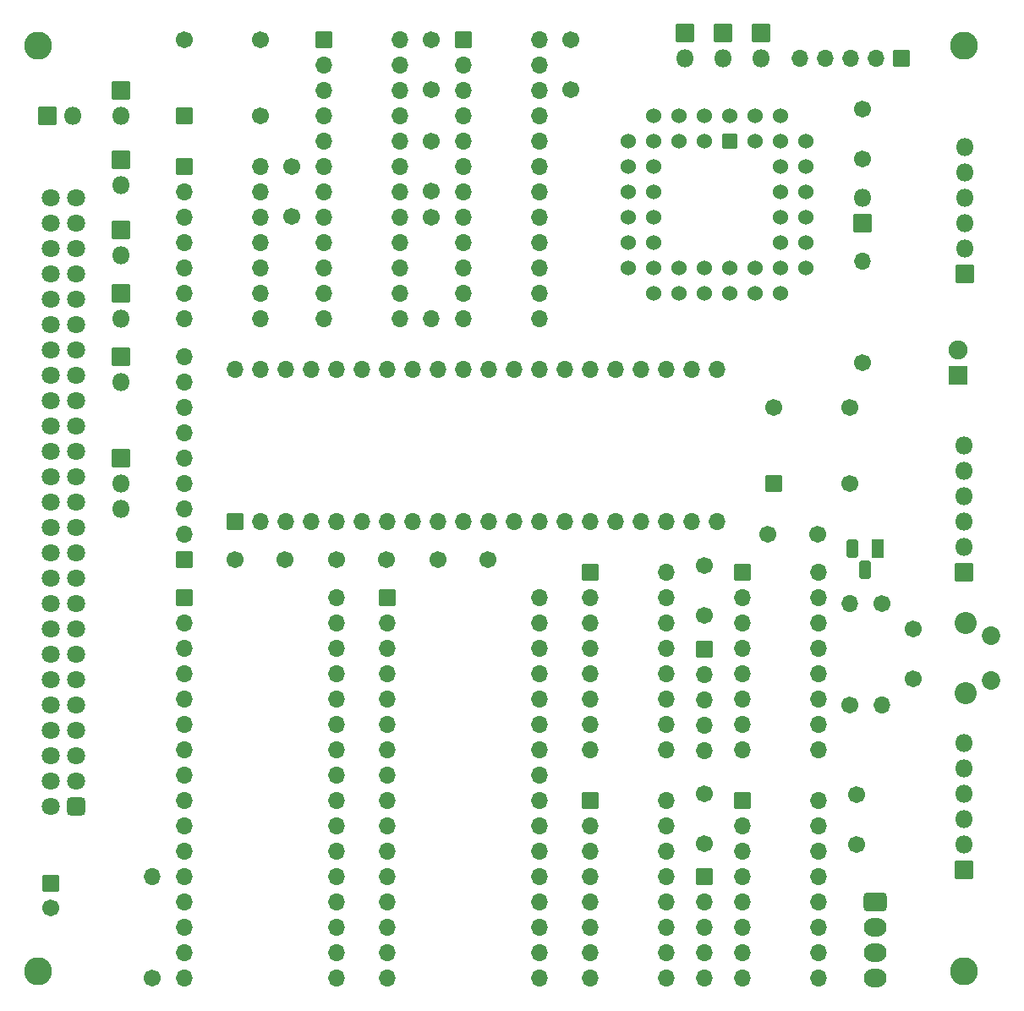
<source format=gts>
G04 #@! TF.GenerationSoftware,KiCad,Pcbnew,6.0.4-6f826c9f35~116~ubuntu18.04.1*
G04 #@! TF.CreationDate,2023-06-15T13:07:36+01:00*
G04 #@! TF.ProjectId,sbc09,73626330-392e-46b6-9963-61645f706362,rev?*
G04 #@! TF.SameCoordinates,Original*
G04 #@! TF.FileFunction,Soldermask,Top*
G04 #@! TF.FilePolarity,Negative*
%FSLAX46Y46*%
G04 Gerber Fmt 4.6, Leading zero omitted, Abs format (unit mm)*
G04 Created by KiCad (PCBNEW 6.0.4-6f826c9f35~116~ubuntu18.04.1) date 2023-06-15 13:07:36*
%MOMM*%
%LPD*%
G01*
G04 APERTURE LIST*
G04 Aperture macros list*
%AMRoundRect*
0 Rectangle with rounded corners*
0 $1 Rounding radius*
0 $2 $3 $4 $5 $6 $7 $8 $9 X,Y pos of 4 corners*
0 Add a 4 corners polygon primitive as box body*
4,1,4,$2,$3,$4,$5,$6,$7,$8,$9,$2,$3,0*
0 Add four circle primitives for the rounded corners*
1,1,$1+$1,$2,$3*
1,1,$1+$1,$4,$5*
1,1,$1+$1,$6,$7*
1,1,$1+$1,$8,$9*
0 Add four rect primitives between the rounded corners*
20,1,$1+$1,$2,$3,$4,$5,0*
20,1,$1+$1,$4,$5,$6,$7,0*
20,1,$1+$1,$6,$7,$8,$9,0*
20,1,$1+$1,$8,$9,$2,$3,0*%
G04 Aperture macros list end*
%ADD10RoundRect,0.050800X-0.850000X-0.850000X0.850000X-0.850000X0.850000X0.850000X-0.850000X0.850000X0*%
%ADD11O,1.801600X1.801600*%
%ADD12RoundRect,0.050800X0.850000X-0.850000X0.850000X0.850000X-0.850000X0.850000X-0.850000X-0.850000X0*%
%ADD13C,1.701600*%
%ADD14O,1.701600X1.701600*%
%ADD15RoundRect,0.050800X-0.800000X-0.800000X0.800000X-0.800000X0.800000X0.800000X-0.800000X0.800000X0*%
%ADD16RoundRect,0.300800X0.600000X0.600000X-0.600000X0.600000X-0.600000X-0.600000X0.600000X-0.600000X0*%
%ADD17C,1.801600*%
%ADD18C,2.801600*%
%ADD19RoundRect,0.300800X-0.845000X0.620000X-0.845000X-0.620000X0.845000X-0.620000X0.845000X0.620000X0*%
%ADD20O,2.291600X1.841600*%
%ADD21RoundRect,0.050800X-0.800000X0.800000X-0.800000X-0.800000X0.800000X-0.800000X0.800000X0.800000X0*%
%ADD22RoundRect,0.050800X0.800000X-0.800000X0.800000X0.800000X-0.800000X0.800000X-0.800000X-0.800000X0*%
%ADD23RoundRect,0.050800X-0.711200X-0.711200X0.711200X-0.711200X0.711200X0.711200X-0.711200X0.711200X0*%
%ADD24C,1.524000*%
%ADD25RoundRect,0.050800X0.850000X0.850000X-0.850000X0.850000X-0.850000X-0.850000X0.850000X-0.850000X0*%
%ADD26RoundRect,0.050800X0.900000X-0.900000X0.900000X0.900000X-0.900000X0.900000X-0.900000X-0.900000X0*%
%ADD27C,1.901600*%
%ADD28C,2.201600*%
%ADD29C,1.851600*%
%ADD30RoundRect,0.050800X0.800000X0.800000X-0.800000X0.800000X-0.800000X-0.800000X0.800000X-0.800000X0*%
%ADD31RoundRect,0.050800X0.550000X0.900000X-0.550000X0.900000X-0.550000X-0.900000X0.550000X-0.900000X0*%
%ADD32RoundRect,0.325800X0.275000X0.625000X-0.275000X0.625000X-0.275000X-0.625000X0.275000X-0.625000X0*%
G04 APERTURE END LIST*
D10*
X107950000Y-53340000D03*
D11*
X107950000Y-55880000D03*
D12*
X100584000Y-55880000D03*
D11*
X103124000Y-55880000D03*
D13*
X182245000Y-80645000D03*
D14*
X182245000Y-70485000D03*
D15*
X154950008Y-101589992D03*
D14*
X154950008Y-104129992D03*
X154950008Y-106669992D03*
X154950008Y-109209992D03*
X154950008Y-111749992D03*
X154950008Y-114289992D03*
X154950008Y-116829992D03*
X154950008Y-119369992D03*
X162570008Y-119369992D03*
X162570008Y-116829992D03*
X162570008Y-114289992D03*
X162570008Y-111749992D03*
X162570008Y-109209992D03*
X162570008Y-106669992D03*
X162570008Y-104129992D03*
X162570008Y-101589992D03*
D13*
X139065000Y-48300000D03*
X139065000Y-53300000D03*
D10*
X107950000Y-67310000D03*
D11*
X107950000Y-69850000D03*
D16*
X103487500Y-125095000D03*
D17*
X100947500Y-125095000D03*
X103487500Y-122555000D03*
X100947500Y-122555000D03*
X103487500Y-120015000D03*
X100947500Y-120015000D03*
X103487500Y-117475000D03*
X100947500Y-117475000D03*
X103487500Y-114935000D03*
X100947500Y-114935000D03*
X103487500Y-112395000D03*
X100947500Y-112395000D03*
X103487500Y-109855000D03*
X100947500Y-109855000D03*
X103487500Y-107315000D03*
X100947500Y-107315000D03*
X103487500Y-104775000D03*
X100947500Y-104775000D03*
X103487500Y-102235000D03*
X100947500Y-102235000D03*
X103487500Y-99695000D03*
X100947500Y-99695000D03*
X103487500Y-97155000D03*
X100947500Y-97155000D03*
X103487500Y-94615000D03*
X100947500Y-94615000D03*
X103487500Y-92075000D03*
X100947500Y-92075000D03*
X103487500Y-89535000D03*
X100947500Y-89535000D03*
X103487500Y-86995000D03*
X100947500Y-86995000D03*
X103487500Y-84455000D03*
X100947500Y-84455000D03*
X103487500Y-81915000D03*
X100947500Y-81915000D03*
X103487500Y-79375000D03*
X100947500Y-79375000D03*
X103487500Y-76835000D03*
X100947500Y-76835000D03*
X103487500Y-74295000D03*
X100947500Y-74295000D03*
X103487500Y-71755000D03*
X100947500Y-71755000D03*
X103487500Y-69215000D03*
X100947500Y-69215000D03*
X103487500Y-66675000D03*
X100947500Y-66675000D03*
X103487500Y-64135000D03*
X100947500Y-64135000D03*
D13*
X144740000Y-100330000D03*
X139740000Y-100330000D03*
D18*
X99695000Y-141605000D03*
X192405000Y-141605000D03*
D13*
X180975000Y-114935000D03*
D14*
X180975000Y-104775000D03*
D10*
X107950000Y-73660000D03*
D11*
X107950000Y-76200000D03*
D10*
X172085000Y-47625000D03*
D11*
X172085000Y-50165000D03*
D19*
X183515000Y-134620000D03*
D20*
X183515000Y-137160000D03*
X183515000Y-139700000D03*
X183515000Y-142240000D03*
D21*
X166370000Y-132080000D03*
D14*
X166370000Y-134620000D03*
X166370000Y-137160000D03*
X166370000Y-139700000D03*
X166370000Y-142240000D03*
D15*
X114300000Y-60960000D03*
D14*
X114300000Y-63500000D03*
X114300000Y-66040000D03*
X114300000Y-68580000D03*
X114300000Y-71120000D03*
X114300000Y-73660000D03*
X114300000Y-76200000D03*
X121920000Y-76200000D03*
X121920000Y-73660000D03*
X121920000Y-71120000D03*
X121920000Y-68580000D03*
X121920000Y-66040000D03*
X121920000Y-63500000D03*
X121920000Y-60960000D03*
D22*
X119380000Y-96520000D03*
D14*
X121920000Y-96520000D03*
X124460000Y-96520000D03*
X127000000Y-96520000D03*
X129540000Y-96520000D03*
X132080000Y-96520000D03*
X134620000Y-96520000D03*
X137160000Y-96520000D03*
X139700000Y-96520000D03*
X142240000Y-96520000D03*
X144780000Y-96520000D03*
X147320000Y-96520000D03*
X149860000Y-96520000D03*
X152400000Y-96520000D03*
X154940000Y-96520000D03*
X157480000Y-96520000D03*
X160020000Y-96520000D03*
X162560000Y-96520000D03*
X165100000Y-96520000D03*
X167640000Y-96520000D03*
X167640000Y-81280000D03*
X165100000Y-81280000D03*
X162560000Y-81280000D03*
X160020000Y-81280000D03*
X157480000Y-81280000D03*
X154940000Y-81280000D03*
X152400000Y-81280000D03*
X149860000Y-81280000D03*
X147320000Y-81280000D03*
X144780000Y-81280000D03*
X142240000Y-81280000D03*
X139700000Y-81280000D03*
X137160000Y-81280000D03*
X134620000Y-81280000D03*
X132080000Y-81280000D03*
X129540000Y-81280000D03*
X127000000Y-81280000D03*
X124460000Y-81280000D03*
X121920000Y-81280000D03*
X119380000Y-81280000D03*
D15*
X128270000Y-48260000D03*
D14*
X128270000Y-50800000D03*
X128270000Y-53340000D03*
X128270000Y-55880000D03*
X128270000Y-58420000D03*
X128270000Y-60960000D03*
X128270000Y-63500000D03*
X128270000Y-66040000D03*
X128270000Y-68580000D03*
X128270000Y-71120000D03*
X128270000Y-73660000D03*
X128270000Y-76200000D03*
X135890000Y-76200000D03*
X135890000Y-73660000D03*
X135890000Y-71120000D03*
X135890000Y-68580000D03*
X135890000Y-66040000D03*
X135890000Y-63500000D03*
X135890000Y-60960000D03*
X135890000Y-58420000D03*
X135890000Y-55880000D03*
X135890000Y-53340000D03*
X135890000Y-50800000D03*
X135890000Y-48260000D03*
D13*
X153035000Y-48260000D03*
X153035000Y-53260000D03*
X187325000Y-107315000D03*
X187325000Y-112315000D03*
D23*
X168910000Y-58420000D03*
D24*
X166370000Y-55880000D03*
X166370000Y-58420000D03*
X163830000Y-55880000D03*
X163830000Y-58420000D03*
X161290000Y-55880000D03*
X158750000Y-58420000D03*
X161290000Y-58420000D03*
X158750000Y-60960000D03*
X161290000Y-60960000D03*
X158750000Y-63500000D03*
X161290000Y-63500000D03*
X158750000Y-66040000D03*
X161290000Y-66040000D03*
X158750000Y-68580000D03*
X161290000Y-68580000D03*
X158750000Y-71120000D03*
X161290000Y-73660000D03*
X161290000Y-71120000D03*
X163830000Y-73660000D03*
X163830000Y-71120000D03*
X166370000Y-73660000D03*
X166370000Y-71120000D03*
X168910000Y-73660000D03*
X168910000Y-71120000D03*
X171450000Y-73660000D03*
X171450000Y-71120000D03*
X173990000Y-73660000D03*
X176530000Y-71120000D03*
X173990000Y-71120000D03*
X176530000Y-68580000D03*
X173990000Y-68580000D03*
X176530000Y-66040000D03*
X173990000Y-66040000D03*
X176530000Y-63500000D03*
X173990000Y-63500000D03*
X176530000Y-60960000D03*
X173990000Y-60960000D03*
X176530000Y-58420000D03*
X173990000Y-55880000D03*
X173990000Y-58420000D03*
X171450000Y-55880000D03*
X171450000Y-58420000D03*
X168910000Y-55880000D03*
D25*
X192405000Y-101600000D03*
D11*
X192405000Y-99060000D03*
X192405000Y-96520000D03*
X192405000Y-93980000D03*
X192405000Y-91440000D03*
X192405000Y-88900000D03*
D10*
X107950000Y-60325000D03*
D11*
X107950000Y-62865000D03*
D22*
X114300000Y-100330000D03*
D14*
X114300000Y-97790000D03*
X114300000Y-95250000D03*
X114300000Y-92710000D03*
X114300000Y-90170000D03*
X114300000Y-87630000D03*
X114300000Y-85090000D03*
X114300000Y-82550000D03*
X114300000Y-80010000D03*
D15*
X114300000Y-55880000D03*
D13*
X121920000Y-55880000D03*
X121920000Y-48260000D03*
X114300000Y-48260000D03*
X111125000Y-142240000D03*
D14*
X111125000Y-132080000D03*
D26*
X191770000Y-81890000D03*
D27*
X191770000Y-79350000D03*
D13*
X182245000Y-55245000D03*
X182245000Y-60245000D03*
D18*
X99695000Y-48895000D03*
X192405000Y-48895000D03*
D28*
X192582000Y-106700000D03*
X192582000Y-113710000D03*
D29*
X195072000Y-107950000D03*
X195072000Y-112450000D03*
D10*
X107950000Y-80010000D03*
D11*
X107950000Y-82550000D03*
D30*
X186075000Y-50165000D03*
D14*
X183535000Y-50165000D03*
X180995000Y-50165000D03*
X178455000Y-50165000D03*
X175915000Y-50165000D03*
D13*
X177760000Y-97790000D03*
X172760000Y-97790000D03*
D21*
X166370000Y-109300000D03*
D14*
X166370000Y-111840000D03*
X166370000Y-114380000D03*
X166370000Y-116920000D03*
X166370000Y-119460000D03*
D15*
X154950008Y-124479990D03*
D14*
X154950008Y-127019990D03*
X154950008Y-129559990D03*
X154950008Y-132099990D03*
X154950008Y-134639990D03*
X154950008Y-137179990D03*
X154950008Y-139719990D03*
X154950008Y-142259990D03*
X162570008Y-142259990D03*
X162570008Y-139719990D03*
X162570008Y-137179990D03*
X162570008Y-134639990D03*
X162570008Y-132099990D03*
X162570008Y-129559990D03*
X162570008Y-127019990D03*
X162570008Y-124479990D03*
D15*
X170180000Y-124460000D03*
D14*
X170180000Y-127000000D03*
X170180000Y-129540000D03*
X170180000Y-132080000D03*
X170180000Y-134620000D03*
X170180000Y-137160000D03*
X170180000Y-139700000D03*
X170180000Y-142240000D03*
X177800000Y-142240000D03*
X177800000Y-139700000D03*
X177800000Y-137160000D03*
X177800000Y-134620000D03*
X177800000Y-132080000D03*
X177800000Y-129540000D03*
X177800000Y-127000000D03*
X177800000Y-124460000D03*
D13*
X134580000Y-100330000D03*
X129580000Y-100330000D03*
D10*
X107950000Y-90170000D03*
D11*
X107950000Y-92710000D03*
X107950000Y-95250000D03*
D31*
X183769000Y-99295000D03*
D32*
X182499000Y-101365000D03*
X181229000Y-99295000D03*
D25*
X192405000Y-131445000D03*
D11*
X192405000Y-128905000D03*
X192405000Y-126365000D03*
X192405000Y-123825000D03*
X192405000Y-121285000D03*
X192405000Y-118745000D03*
D13*
X125095000Y-61000000D03*
X125095000Y-66000000D03*
X184150000Y-104775000D03*
D14*
X184150000Y-114935000D03*
D13*
X181610000Y-123905000D03*
X181610000Y-128905000D03*
X166370000Y-123825000D03*
X166370000Y-128825000D03*
X166370000Y-100965000D03*
X166370000Y-105965000D03*
D21*
X100965000Y-132779888D03*
D13*
X100965000Y-135279888D03*
D15*
X142240000Y-48260000D03*
D14*
X142240000Y-50800000D03*
X142240000Y-53340000D03*
X142240000Y-55880000D03*
X142240000Y-58420000D03*
X142240000Y-60960000D03*
X142240000Y-63500000D03*
X142240000Y-66040000D03*
X142240000Y-68580000D03*
X142240000Y-71120000D03*
X142240000Y-73660000D03*
X142240000Y-76200000D03*
X149860000Y-76200000D03*
X149860000Y-73660000D03*
X149860000Y-71120000D03*
X149860000Y-68580000D03*
X149860000Y-66040000D03*
X149860000Y-63500000D03*
X149860000Y-60960000D03*
X149860000Y-58420000D03*
X149860000Y-55880000D03*
X149860000Y-53340000D03*
X149860000Y-50800000D03*
X149860000Y-48260000D03*
D13*
X124420000Y-100330000D03*
X119420000Y-100330000D03*
D10*
X168275000Y-47625000D03*
D11*
X168275000Y-50165000D03*
D15*
X173355000Y-92710000D03*
D13*
X180975000Y-92710000D03*
X180975000Y-85090000D03*
X173355000Y-85090000D03*
D15*
X134620000Y-104140000D03*
D14*
X134620000Y-106680000D03*
X134620000Y-109220000D03*
X134620000Y-111760000D03*
X134620000Y-114300000D03*
X134620000Y-116840000D03*
X134620000Y-119380000D03*
X134620000Y-121920000D03*
X134620000Y-124460000D03*
X134620000Y-127000000D03*
X134620000Y-129540000D03*
X134620000Y-132080000D03*
X134620000Y-134620000D03*
X134620000Y-137160000D03*
X134620000Y-139700000D03*
X134620000Y-142240000D03*
X149860000Y-142240000D03*
X149860000Y-139700000D03*
X149860000Y-137160000D03*
X149860000Y-134620000D03*
X149860000Y-132080000D03*
X149860000Y-129540000D03*
X149860000Y-127000000D03*
X149860000Y-124460000D03*
X149860000Y-121920000D03*
X149860000Y-119380000D03*
X149860000Y-116840000D03*
X149860000Y-114300000D03*
X149860000Y-111760000D03*
X149860000Y-109220000D03*
X149860000Y-106680000D03*
X149860000Y-104140000D03*
D10*
X164465000Y-47625000D03*
D11*
X164465000Y-50165000D03*
D13*
X139065000Y-63420000D03*
X139065000Y-58420000D03*
D15*
X170169992Y-101589992D03*
D14*
X170169992Y-104129992D03*
X170169992Y-106669992D03*
X170169992Y-109209992D03*
X170169992Y-111749992D03*
X170169992Y-114289992D03*
X170169992Y-116829992D03*
X170169992Y-119369992D03*
X177789992Y-119369992D03*
X177789992Y-116829992D03*
X177789992Y-114289992D03*
X177789992Y-111749992D03*
X177789992Y-109209992D03*
X177789992Y-106669992D03*
X177789992Y-104129992D03*
X177789992Y-101589992D03*
D15*
X114300000Y-104140000D03*
D14*
X114300000Y-106680000D03*
X114300000Y-109220000D03*
X114300000Y-111760000D03*
X114300000Y-114300000D03*
X114300000Y-116840000D03*
X114300000Y-119380000D03*
X114300000Y-121920000D03*
X114300000Y-124460000D03*
X114300000Y-127000000D03*
X114300000Y-129540000D03*
X114300000Y-132080000D03*
X114300000Y-134620000D03*
X114300000Y-137160000D03*
X114300000Y-139700000D03*
X114300000Y-142240000D03*
X129540000Y-142240000D03*
X129540000Y-139700000D03*
X129540000Y-137160000D03*
X129540000Y-134620000D03*
X129540000Y-132080000D03*
X129540000Y-129540000D03*
X129540000Y-127000000D03*
X129540000Y-124460000D03*
X129540000Y-121920000D03*
X129540000Y-119380000D03*
X129540000Y-116840000D03*
X129540000Y-114300000D03*
X129540000Y-111760000D03*
X129540000Y-109220000D03*
X129540000Y-106680000D03*
X129540000Y-104140000D03*
D13*
X139065000Y-66040000D03*
D14*
X139065000Y-76200000D03*
D25*
X192450000Y-71730000D03*
D11*
X192450000Y-69190000D03*
X192450000Y-66650000D03*
X192450000Y-64110000D03*
X192450000Y-61570000D03*
X192450000Y-59030000D03*
D25*
X182245000Y-66680000D03*
D11*
X182245000Y-64140000D03*
M02*

</source>
